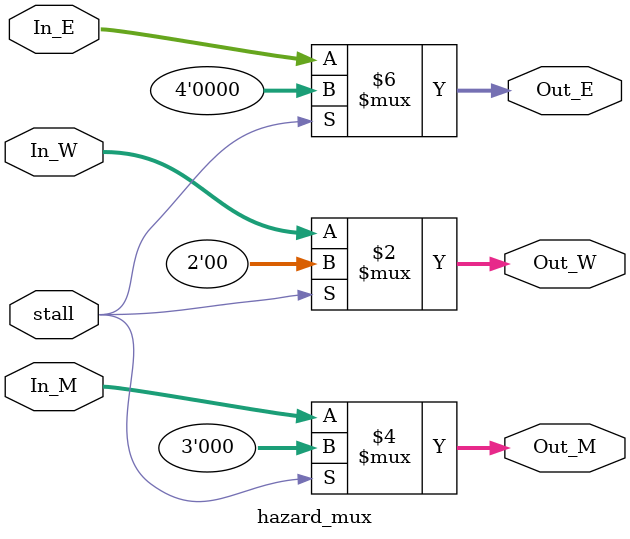
<source format=v>
module hazard_mux( stall, In_W, In_M, In_E, Out_W, Out_M, Out_E  );
    input stall;
    input [1:0] In_W;
    input [2:0] In_M;
    input [3:0] In_E;
    output [1:0] Out_W;
    output [2:0] Out_M;
    output [3:0] Out_E;

    assign Out_W = (stall == 1'b0) ? In_W : 2'b0;
    assign Out_M = (stall == 1'b0) ? In_M : 3'b0;
    assign Out_E = (stall == 1'b0) ? In_E : 4'b0;

endmodule
</source>
